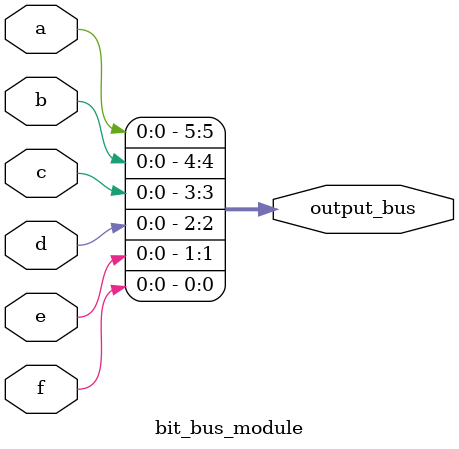
<source format=v>
module bit_bus_module(a, b, c, d, e, f, output_bus);
	
input a, b, c, d, e, f;
output [5:0] output_bus;

reg [5:0] output_bus;
always	 @ (a, b, c, d, e, f)
	begin
		output_bus[5] = a;
		output_bus[4] = b;
		output_bus[3] = c;
		output_bus[2] = d;
		output_bus[1] = e;
		output_bus[0] = f;
	end
endmodule
</source>
